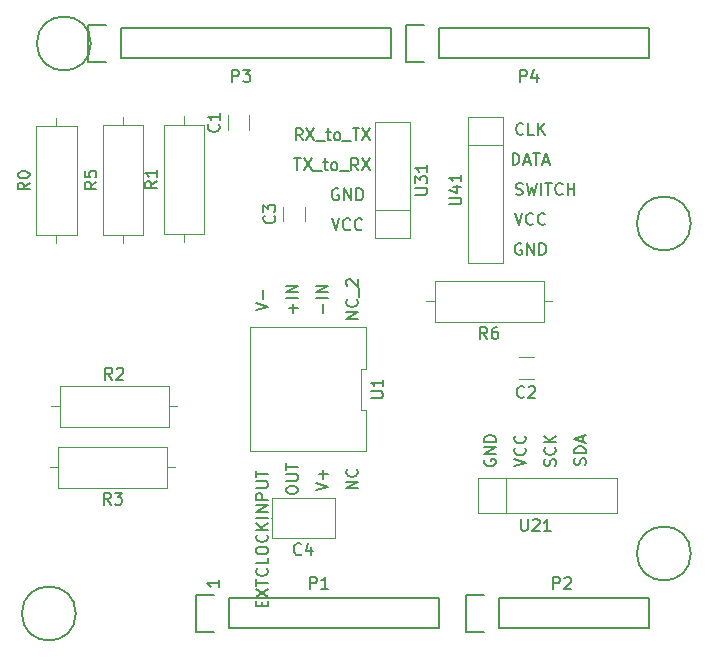
<source format=gbr>
G04 #@! TF.GenerationSoftware,KiCad,Pcbnew,(5.1.2)-2*
G04 #@! TF.CreationDate,2021-03-05T17:09:52+01:00*
G04 #@! TF.ProjectId,kicad,6b696361-642e-46b6-9963-61645f706362,rev?*
G04 #@! TF.SameCoordinates,Original*
G04 #@! TF.FileFunction,Legend,Top*
G04 #@! TF.FilePolarity,Positive*
%FSLAX46Y46*%
G04 Gerber Fmt 4.6, Leading zero omitted, Abs format (unit mm)*
G04 Created by KiCad (PCBNEW (5.1.2)-2) date 2021-03-05 17:09:52*
%MOMM*%
%LPD*%
G04 APERTURE LIST*
%ADD10C,0.150000*%
%ADD11C,0.120000*%
G04 APERTURE END LIST*
D10*
X139390380Y-120999285D02*
X139390380Y-121570714D01*
X139390380Y-121285000D02*
X138390380Y-121285000D01*
X138533238Y-121380238D01*
X138628476Y-121475476D01*
X138676095Y-121570714D01*
D11*
X171089500Y-115355500D02*
X173037500Y-115355500D01*
X171089500Y-112355500D02*
X173037500Y-112355500D01*
X163639500Y-112355500D02*
X163639500Y-115355500D01*
X161269500Y-115355500D02*
X161269500Y-112355500D01*
X171089500Y-115355500D02*
X161269500Y-115355500D01*
X173037500Y-112355500D02*
X173037500Y-115355500D01*
X161269500Y-112355500D02*
X171089500Y-112355500D01*
X134678000Y-91678500D02*
X138118000Y-91678500D01*
X138118000Y-91678500D02*
X138118000Y-82438500D01*
X138118000Y-82438500D02*
X134678000Y-82438500D01*
X134678000Y-82438500D02*
X134678000Y-91678500D01*
X136398000Y-92368500D02*
X136398000Y-91678500D01*
X136398000Y-81748500D02*
X136398000Y-82438500D01*
X152551000Y-92032000D02*
X152551000Y-82212000D01*
X152551000Y-82212000D02*
X155551000Y-82212000D01*
X155551000Y-82212000D02*
X155551000Y-92032000D01*
X155551000Y-92032000D02*
X152551000Y-92032000D01*
X152551000Y-89662000D02*
X155551000Y-89662000D01*
X151785500Y-103085167D02*
X151785500Y-99578500D01*
X151425500Y-103085167D02*
X151785500Y-103085167D01*
X151425500Y-106591833D02*
X151425500Y-103085167D01*
X151785500Y-106591833D02*
X151425500Y-106591833D01*
X151785500Y-110098500D02*
X151785500Y-106591833D01*
X141965500Y-110098500D02*
X151785500Y-110098500D01*
X141965500Y-99578500D02*
X141965500Y-110098500D01*
X151785500Y-99578500D02*
X141965500Y-99578500D01*
D10*
X140208000Y-125095000D02*
X157988000Y-125095000D01*
X157988000Y-125095000D02*
X157988000Y-122555000D01*
X157988000Y-122555000D02*
X140208000Y-122555000D01*
X137388000Y-125375000D02*
X138938000Y-125375000D01*
X140208000Y-125095000D02*
X140208000Y-122555000D01*
X138938000Y-122275000D02*
X137388000Y-122275000D01*
X137388000Y-122275000D02*
X137388000Y-125375000D01*
X163068000Y-125095000D02*
X175768000Y-125095000D01*
X175768000Y-125095000D02*
X175768000Y-122555000D01*
X175768000Y-122555000D02*
X163068000Y-122555000D01*
X160248000Y-125375000D02*
X161798000Y-125375000D01*
X163068000Y-125095000D02*
X163068000Y-122555000D01*
X161798000Y-122275000D02*
X160248000Y-122275000D01*
X160248000Y-122275000D02*
X160248000Y-125375000D01*
X131064000Y-76835000D02*
X153924000Y-76835000D01*
X153924000Y-76835000D02*
X153924000Y-74295000D01*
X153924000Y-74295000D02*
X131064000Y-74295000D01*
X128244000Y-77115000D02*
X129794000Y-77115000D01*
X131064000Y-76835000D02*
X131064000Y-74295000D01*
X129794000Y-74015000D02*
X128244000Y-74015000D01*
X128244000Y-74015000D02*
X128244000Y-77115000D01*
X157988000Y-76835000D02*
X175768000Y-76835000D01*
X175768000Y-76835000D02*
X175768000Y-74295000D01*
X175768000Y-74295000D02*
X157988000Y-74295000D01*
X155168000Y-77115000D02*
X156718000Y-77115000D01*
X157988000Y-76835000D02*
X157988000Y-74295000D01*
X156718000Y-74015000D02*
X155168000Y-74015000D01*
X155168000Y-74015000D02*
X155168000Y-77115000D01*
X127254000Y-123825000D02*
G75*
G03X127254000Y-123825000I-2286000J0D01*
G01*
X179324000Y-118745000D02*
G75*
G03X179324000Y-118745000I-2286000J0D01*
G01*
X128524000Y-75565000D02*
G75*
G03X128524000Y-75565000I-2286000J0D01*
G01*
X179324000Y-90805000D02*
G75*
G03X179324000Y-90805000I-2286000J0D01*
G01*
D11*
X140113500Y-82881500D02*
X140113500Y-81623500D01*
X141953500Y-82881500D02*
X141953500Y-81623500D01*
X166003000Y-103980500D02*
X164745000Y-103980500D01*
X166003000Y-102140500D02*
X164745000Y-102140500D01*
X146652500Y-90628500D02*
X146652500Y-89370500D01*
X144812500Y-90628500D02*
X144812500Y-89370500D01*
X149161000Y-117430500D02*
X149161000Y-114090500D01*
X149161000Y-114090500D02*
X143821000Y-114090500D01*
X143821000Y-114090500D02*
X143821000Y-117430500D01*
X143821000Y-117430500D02*
X149161000Y-117430500D01*
X149201000Y-115760500D02*
X149161000Y-115760500D01*
X143781000Y-115760500D02*
X143821000Y-115760500D01*
X125603000Y-81875500D02*
X125603000Y-82565500D01*
X125603000Y-92495500D02*
X125603000Y-91805500D01*
X123883000Y-82565500D02*
X123883000Y-91805500D01*
X127323000Y-82565500D02*
X123883000Y-82565500D01*
X127323000Y-91805500D02*
X127323000Y-82565500D01*
X123883000Y-91805500D02*
X127323000Y-91805500D01*
X125872500Y-104579000D02*
X125872500Y-108019000D01*
X125872500Y-108019000D02*
X135112500Y-108019000D01*
X135112500Y-108019000D02*
X135112500Y-104579000D01*
X135112500Y-104579000D02*
X125872500Y-104579000D01*
X125182500Y-106299000D02*
X125872500Y-106299000D01*
X135802500Y-106299000D02*
X135112500Y-106299000D01*
X125055500Y-111442500D02*
X125745500Y-111442500D01*
X135675500Y-111442500D02*
X134985500Y-111442500D01*
X125745500Y-113162500D02*
X134985500Y-113162500D01*
X125745500Y-109722500D02*
X125745500Y-113162500D01*
X134985500Y-109722500D02*
X125745500Y-109722500D01*
X134985500Y-113162500D02*
X134985500Y-109722500D01*
X129534500Y-91742000D02*
X132974500Y-91742000D01*
X132974500Y-91742000D02*
X132974500Y-82502000D01*
X132974500Y-82502000D02*
X129534500Y-82502000D01*
X129534500Y-82502000D02*
X129534500Y-91742000D01*
X131254500Y-92432000D02*
X131254500Y-91742000D01*
X131254500Y-81812000D02*
X131254500Y-82502000D01*
X156932500Y-97409000D02*
X157622500Y-97409000D01*
X167552500Y-97409000D02*
X166862500Y-97409000D01*
X157622500Y-99129000D02*
X166862500Y-99129000D01*
X157622500Y-95689000D02*
X157622500Y-99129000D01*
X166862500Y-95689000D02*
X157622500Y-95689000D01*
X166862500Y-99129000D02*
X166862500Y-95689000D01*
X163425000Y-81767500D02*
X163425000Y-94127500D01*
X163425000Y-94127500D02*
X160425000Y-94127500D01*
X160425000Y-94127500D02*
X160425000Y-81767500D01*
X160425000Y-81767500D02*
X163425000Y-81767500D01*
X163425000Y-84137500D02*
X160425000Y-84137500D01*
D10*
X164941404Y-115847880D02*
X164941404Y-116657404D01*
X164989023Y-116752642D01*
X165036642Y-116800261D01*
X165131880Y-116847880D01*
X165322357Y-116847880D01*
X165417595Y-116800261D01*
X165465214Y-116752642D01*
X165512833Y-116657404D01*
X165512833Y-115847880D01*
X165941404Y-115943119D02*
X165989023Y-115895500D01*
X166084261Y-115847880D01*
X166322357Y-115847880D01*
X166417595Y-115895500D01*
X166465214Y-115943119D01*
X166512833Y-116038357D01*
X166512833Y-116133595D01*
X166465214Y-116276452D01*
X165893785Y-116847880D01*
X166512833Y-116847880D01*
X167465214Y-116847880D02*
X166893785Y-116847880D01*
X167179500Y-116847880D02*
X167179500Y-115847880D01*
X167084261Y-115990738D01*
X166989023Y-116085976D01*
X166893785Y-116133595D01*
X170394261Y-111259785D02*
X170441880Y-111116928D01*
X170441880Y-110878833D01*
X170394261Y-110783595D01*
X170346642Y-110735976D01*
X170251404Y-110688357D01*
X170156166Y-110688357D01*
X170060928Y-110735976D01*
X170013309Y-110783595D01*
X169965690Y-110878833D01*
X169918071Y-111069309D01*
X169870452Y-111164547D01*
X169822833Y-111212166D01*
X169727595Y-111259785D01*
X169632357Y-111259785D01*
X169537119Y-111212166D01*
X169489500Y-111164547D01*
X169441880Y-111069309D01*
X169441880Y-110831214D01*
X169489500Y-110688357D01*
X170441880Y-110259785D02*
X169441880Y-110259785D01*
X169441880Y-110021690D01*
X169489500Y-109878833D01*
X169584738Y-109783595D01*
X169679976Y-109735976D01*
X169870452Y-109688357D01*
X170013309Y-109688357D01*
X170203785Y-109735976D01*
X170299023Y-109783595D01*
X170394261Y-109878833D01*
X170441880Y-110021690D01*
X170441880Y-110259785D01*
X170156166Y-109307404D02*
X170156166Y-108831214D01*
X170441880Y-109402642D02*
X169441880Y-109069309D01*
X170441880Y-108735976D01*
X167854261Y-111331214D02*
X167901880Y-111188357D01*
X167901880Y-110950261D01*
X167854261Y-110855023D01*
X167806642Y-110807404D01*
X167711404Y-110759785D01*
X167616166Y-110759785D01*
X167520928Y-110807404D01*
X167473309Y-110855023D01*
X167425690Y-110950261D01*
X167378071Y-111140738D01*
X167330452Y-111235976D01*
X167282833Y-111283595D01*
X167187595Y-111331214D01*
X167092357Y-111331214D01*
X166997119Y-111283595D01*
X166949500Y-111235976D01*
X166901880Y-111140738D01*
X166901880Y-110902642D01*
X166949500Y-110759785D01*
X167806642Y-109759785D02*
X167854261Y-109807404D01*
X167901880Y-109950261D01*
X167901880Y-110045500D01*
X167854261Y-110188357D01*
X167759023Y-110283595D01*
X167663785Y-110331214D01*
X167473309Y-110378833D01*
X167330452Y-110378833D01*
X167139976Y-110331214D01*
X167044738Y-110283595D01*
X166949500Y-110188357D01*
X166901880Y-110045500D01*
X166901880Y-109950261D01*
X166949500Y-109807404D01*
X166997119Y-109759785D01*
X167901880Y-109331214D02*
X166901880Y-109331214D01*
X167901880Y-108759785D02*
X167330452Y-109188357D01*
X166901880Y-108759785D02*
X167473309Y-109331214D01*
X164361880Y-111378833D02*
X165361880Y-111045500D01*
X164361880Y-110712166D01*
X165266642Y-109807404D02*
X165314261Y-109855023D01*
X165361880Y-109997880D01*
X165361880Y-110093119D01*
X165314261Y-110235976D01*
X165219023Y-110331214D01*
X165123785Y-110378833D01*
X164933309Y-110426452D01*
X164790452Y-110426452D01*
X164599976Y-110378833D01*
X164504738Y-110331214D01*
X164409500Y-110235976D01*
X164361880Y-110093119D01*
X164361880Y-109997880D01*
X164409500Y-109855023D01*
X164457119Y-109807404D01*
X165266642Y-108807404D02*
X165314261Y-108855023D01*
X165361880Y-108997880D01*
X165361880Y-109093119D01*
X165314261Y-109235976D01*
X165219023Y-109331214D01*
X165123785Y-109378833D01*
X164933309Y-109426452D01*
X164790452Y-109426452D01*
X164599976Y-109378833D01*
X164504738Y-109331214D01*
X164409500Y-109235976D01*
X164361880Y-109093119D01*
X164361880Y-108997880D01*
X164409500Y-108855023D01*
X164457119Y-108807404D01*
X161869500Y-110807404D02*
X161821880Y-110902642D01*
X161821880Y-111045500D01*
X161869500Y-111188357D01*
X161964738Y-111283595D01*
X162059976Y-111331214D01*
X162250452Y-111378833D01*
X162393309Y-111378833D01*
X162583785Y-111331214D01*
X162679023Y-111283595D01*
X162774261Y-111188357D01*
X162821880Y-111045500D01*
X162821880Y-110950261D01*
X162774261Y-110807404D01*
X162726642Y-110759785D01*
X162393309Y-110759785D01*
X162393309Y-110950261D01*
X162821880Y-110331214D02*
X161821880Y-110331214D01*
X162821880Y-109759785D01*
X161821880Y-109759785D01*
X162821880Y-109283595D02*
X161821880Y-109283595D01*
X161821880Y-109045500D01*
X161869500Y-108902642D01*
X161964738Y-108807404D01*
X162059976Y-108759785D01*
X162250452Y-108712166D01*
X162393309Y-108712166D01*
X162583785Y-108759785D01*
X162679023Y-108807404D01*
X162774261Y-108902642D01*
X162821880Y-109045500D01*
X162821880Y-109283595D01*
X134130380Y-87225166D02*
X133654190Y-87558500D01*
X134130380Y-87796595D02*
X133130380Y-87796595D01*
X133130380Y-87415642D01*
X133178000Y-87320404D01*
X133225619Y-87272785D01*
X133320857Y-87225166D01*
X133463714Y-87225166D01*
X133558952Y-87272785D01*
X133606571Y-87320404D01*
X133654190Y-87415642D01*
X133654190Y-87796595D01*
X134130380Y-86272785D02*
X134130380Y-86844214D01*
X134130380Y-86558500D02*
X133130380Y-86558500D01*
X133273238Y-86653738D01*
X133368476Y-86748976D01*
X133416095Y-86844214D01*
X156003380Y-88360095D02*
X156812904Y-88360095D01*
X156908142Y-88312476D01*
X156955761Y-88264857D01*
X157003380Y-88169619D01*
X157003380Y-87979142D01*
X156955761Y-87883904D01*
X156908142Y-87836285D01*
X156812904Y-87788666D01*
X156003380Y-87788666D01*
X156003380Y-87407714D02*
X156003380Y-86788666D01*
X156384333Y-87122000D01*
X156384333Y-86979142D01*
X156431952Y-86883904D01*
X156479571Y-86836285D01*
X156574809Y-86788666D01*
X156812904Y-86788666D01*
X156908142Y-86836285D01*
X156955761Y-86883904D01*
X157003380Y-86979142D01*
X157003380Y-87264857D01*
X156955761Y-87360095D01*
X156908142Y-87407714D01*
X157003380Y-85836285D02*
X157003380Y-86407714D01*
X157003380Y-86122000D02*
X156003380Y-86122000D01*
X156146238Y-86217238D01*
X156241476Y-86312476D01*
X156289095Y-86407714D01*
X148907666Y-90384380D02*
X149241000Y-91384380D01*
X149574333Y-90384380D01*
X150479095Y-91289142D02*
X150431476Y-91336761D01*
X150288619Y-91384380D01*
X150193380Y-91384380D01*
X150050523Y-91336761D01*
X149955285Y-91241523D01*
X149907666Y-91146285D01*
X149860047Y-90955809D01*
X149860047Y-90812952D01*
X149907666Y-90622476D01*
X149955285Y-90527238D01*
X150050523Y-90432000D01*
X150193380Y-90384380D01*
X150288619Y-90384380D01*
X150431476Y-90432000D01*
X150479095Y-90479619D01*
X151479095Y-91289142D02*
X151431476Y-91336761D01*
X151288619Y-91384380D01*
X151193380Y-91384380D01*
X151050523Y-91336761D01*
X150955285Y-91241523D01*
X150907666Y-91146285D01*
X150860047Y-90955809D01*
X150860047Y-90812952D01*
X150907666Y-90622476D01*
X150955285Y-90527238D01*
X151050523Y-90432000D01*
X151193380Y-90384380D01*
X151288619Y-90384380D01*
X151431476Y-90432000D01*
X151479095Y-90479619D01*
X149479095Y-87892000D02*
X149383857Y-87844380D01*
X149241000Y-87844380D01*
X149098142Y-87892000D01*
X149002904Y-87987238D01*
X148955285Y-88082476D01*
X148907666Y-88272952D01*
X148907666Y-88415809D01*
X148955285Y-88606285D01*
X149002904Y-88701523D01*
X149098142Y-88796761D01*
X149241000Y-88844380D01*
X149336238Y-88844380D01*
X149479095Y-88796761D01*
X149526714Y-88749142D01*
X149526714Y-88415809D01*
X149336238Y-88415809D01*
X149955285Y-88844380D02*
X149955285Y-87844380D01*
X150526714Y-88844380D01*
X150526714Y-87844380D01*
X151002904Y-88844380D02*
X151002904Y-87844380D01*
X151241000Y-87844380D01*
X151383857Y-87892000D01*
X151479095Y-87987238D01*
X151526714Y-88082476D01*
X151574333Y-88272952D01*
X151574333Y-88415809D01*
X151526714Y-88606285D01*
X151479095Y-88701523D01*
X151383857Y-88796761D01*
X151241000Y-88844380D01*
X151002904Y-88844380D01*
X145732904Y-85304380D02*
X146304333Y-85304380D01*
X146018619Y-86304380D02*
X146018619Y-85304380D01*
X146542428Y-85304380D02*
X147209095Y-86304380D01*
X147209095Y-85304380D02*
X146542428Y-86304380D01*
X147351952Y-86399619D02*
X148113857Y-86399619D01*
X148209095Y-85637714D02*
X148590047Y-85637714D01*
X148351952Y-85304380D02*
X148351952Y-86161523D01*
X148399571Y-86256761D01*
X148494809Y-86304380D01*
X148590047Y-86304380D01*
X149066238Y-86304380D02*
X148971000Y-86256761D01*
X148923380Y-86209142D01*
X148875761Y-86113904D01*
X148875761Y-85828190D01*
X148923380Y-85732952D01*
X148971000Y-85685333D01*
X149066238Y-85637714D01*
X149209095Y-85637714D01*
X149304333Y-85685333D01*
X149351952Y-85732952D01*
X149399571Y-85828190D01*
X149399571Y-86113904D01*
X149351952Y-86209142D01*
X149304333Y-86256761D01*
X149209095Y-86304380D01*
X149066238Y-86304380D01*
X149590047Y-86399619D02*
X150351952Y-86399619D01*
X151161476Y-86304380D02*
X150828142Y-85828190D01*
X150590047Y-86304380D02*
X150590047Y-85304380D01*
X150971000Y-85304380D01*
X151066238Y-85352000D01*
X151113857Y-85399619D01*
X151161476Y-85494857D01*
X151161476Y-85637714D01*
X151113857Y-85732952D01*
X151066238Y-85780571D01*
X150971000Y-85828190D01*
X150590047Y-85828190D01*
X151494809Y-85304380D02*
X152161476Y-86304380D01*
X152161476Y-85304380D02*
X151494809Y-86304380D01*
X146447190Y-83764380D02*
X146113857Y-83288190D01*
X145875761Y-83764380D02*
X145875761Y-82764380D01*
X146256714Y-82764380D01*
X146351952Y-82812000D01*
X146399571Y-82859619D01*
X146447190Y-82954857D01*
X146447190Y-83097714D01*
X146399571Y-83192952D01*
X146351952Y-83240571D01*
X146256714Y-83288190D01*
X145875761Y-83288190D01*
X146780523Y-82764380D02*
X147447190Y-83764380D01*
X147447190Y-82764380D02*
X146780523Y-83764380D01*
X147590047Y-83859619D02*
X148351952Y-83859619D01*
X148447190Y-83097714D02*
X148828142Y-83097714D01*
X148590047Y-82764380D02*
X148590047Y-83621523D01*
X148637666Y-83716761D01*
X148732904Y-83764380D01*
X148828142Y-83764380D01*
X149304333Y-83764380D02*
X149209095Y-83716761D01*
X149161476Y-83669142D01*
X149113857Y-83573904D01*
X149113857Y-83288190D01*
X149161476Y-83192952D01*
X149209095Y-83145333D01*
X149304333Y-83097714D01*
X149447190Y-83097714D01*
X149542428Y-83145333D01*
X149590047Y-83192952D01*
X149637666Y-83288190D01*
X149637666Y-83573904D01*
X149590047Y-83669142D01*
X149542428Y-83716761D01*
X149447190Y-83764380D01*
X149304333Y-83764380D01*
X149828142Y-83859619D02*
X150590047Y-83859619D01*
X150685285Y-82764380D02*
X151256714Y-82764380D01*
X150971000Y-83764380D02*
X150971000Y-82764380D01*
X151494809Y-82764380D02*
X152161476Y-83764380D01*
X152161476Y-82764380D02*
X151494809Y-83764380D01*
X152237880Y-105600404D02*
X153047404Y-105600404D01*
X153142642Y-105552785D01*
X153190261Y-105505166D01*
X153237880Y-105409928D01*
X153237880Y-105219452D01*
X153190261Y-105124214D01*
X153142642Y-105076595D01*
X153047404Y-105028976D01*
X152237880Y-105028976D01*
X153237880Y-104028976D02*
X153237880Y-104600404D01*
X153237880Y-104314690D02*
X152237880Y-104314690D01*
X152380738Y-104409928D01*
X152475976Y-104505166D01*
X152523595Y-104600404D01*
X151137880Y-113244214D02*
X150137880Y-113244214D01*
X151137880Y-112672785D01*
X150137880Y-112672785D01*
X151042642Y-111625166D02*
X151090261Y-111672785D01*
X151137880Y-111815642D01*
X151137880Y-111910880D01*
X151090261Y-112053738D01*
X150995023Y-112148976D01*
X150899785Y-112196595D01*
X150709309Y-112244214D01*
X150566452Y-112244214D01*
X150375976Y-112196595D01*
X150280738Y-112148976D01*
X150185500Y-112053738D01*
X150137880Y-111910880D01*
X150137880Y-111815642D01*
X150185500Y-111672785D01*
X150233119Y-111625166D01*
X147597880Y-113410880D02*
X148597880Y-113077547D01*
X147597880Y-112744214D01*
X148216928Y-112410880D02*
X148216928Y-111648976D01*
X148597880Y-112029928D02*
X147835976Y-112029928D01*
X145057880Y-113458500D02*
X145057880Y-113268023D01*
X145105500Y-113172785D01*
X145200738Y-113077547D01*
X145391214Y-113029928D01*
X145724547Y-113029928D01*
X145915023Y-113077547D01*
X146010261Y-113172785D01*
X146057880Y-113268023D01*
X146057880Y-113458500D01*
X146010261Y-113553738D01*
X145915023Y-113648976D01*
X145724547Y-113696595D01*
X145391214Y-113696595D01*
X145200738Y-113648976D01*
X145105500Y-113553738D01*
X145057880Y-113458500D01*
X145057880Y-112601357D02*
X145867404Y-112601357D01*
X145962642Y-112553738D01*
X146010261Y-112506119D01*
X146057880Y-112410880D01*
X146057880Y-112220404D01*
X146010261Y-112125166D01*
X145962642Y-112077547D01*
X145867404Y-112029928D01*
X145057880Y-112029928D01*
X145057880Y-111696595D02*
X145057880Y-111125166D01*
X146057880Y-111410880D02*
X145057880Y-111410880D01*
X142994071Y-123205166D02*
X142994071Y-122871833D01*
X143517880Y-122728976D02*
X143517880Y-123205166D01*
X142517880Y-123205166D01*
X142517880Y-122728976D01*
X142517880Y-122395642D02*
X143517880Y-121728976D01*
X142517880Y-121728976D02*
X143517880Y-122395642D01*
X142517880Y-121490880D02*
X142517880Y-120919452D01*
X143517880Y-121205166D02*
X142517880Y-121205166D01*
X143422642Y-120014690D02*
X143470261Y-120062309D01*
X143517880Y-120205166D01*
X143517880Y-120300404D01*
X143470261Y-120443261D01*
X143375023Y-120538500D01*
X143279785Y-120586119D01*
X143089309Y-120633738D01*
X142946452Y-120633738D01*
X142755976Y-120586119D01*
X142660738Y-120538500D01*
X142565500Y-120443261D01*
X142517880Y-120300404D01*
X142517880Y-120205166D01*
X142565500Y-120062309D01*
X142613119Y-120014690D01*
X143517880Y-119109928D02*
X143517880Y-119586119D01*
X142517880Y-119586119D01*
X142517880Y-118586119D02*
X142517880Y-118395642D01*
X142565500Y-118300404D01*
X142660738Y-118205166D01*
X142851214Y-118157547D01*
X143184547Y-118157547D01*
X143375023Y-118205166D01*
X143470261Y-118300404D01*
X143517880Y-118395642D01*
X143517880Y-118586119D01*
X143470261Y-118681357D01*
X143375023Y-118776595D01*
X143184547Y-118824214D01*
X142851214Y-118824214D01*
X142660738Y-118776595D01*
X142565500Y-118681357D01*
X142517880Y-118586119D01*
X143422642Y-117157547D02*
X143470261Y-117205166D01*
X143517880Y-117348023D01*
X143517880Y-117443261D01*
X143470261Y-117586119D01*
X143375023Y-117681357D01*
X143279785Y-117728976D01*
X143089309Y-117776595D01*
X142946452Y-117776595D01*
X142755976Y-117728976D01*
X142660738Y-117681357D01*
X142565500Y-117586119D01*
X142517880Y-117443261D01*
X142517880Y-117348023D01*
X142565500Y-117205166D01*
X142613119Y-117157547D01*
X143517880Y-116728976D02*
X142517880Y-116728976D01*
X143517880Y-116157547D02*
X142946452Y-116586119D01*
X142517880Y-116157547D02*
X143089309Y-116728976D01*
X143517880Y-115728976D02*
X142517880Y-115728976D01*
X143517880Y-115252785D02*
X142517880Y-115252785D01*
X143517880Y-114681357D01*
X142517880Y-114681357D01*
X143517880Y-114205166D02*
X142517880Y-114205166D01*
X142517880Y-113824214D01*
X142565500Y-113728976D01*
X142613119Y-113681357D01*
X142708357Y-113633738D01*
X142851214Y-113633738D01*
X142946452Y-113681357D01*
X142994071Y-113728976D01*
X143041690Y-113824214D01*
X143041690Y-114205166D01*
X142517880Y-113205166D02*
X143327404Y-113205166D01*
X143422642Y-113157547D01*
X143470261Y-113109928D01*
X143517880Y-113014690D01*
X143517880Y-112824214D01*
X143470261Y-112728976D01*
X143422642Y-112681357D01*
X143327404Y-112633738D01*
X142517880Y-112633738D01*
X142517880Y-112300404D02*
X142517880Y-111728976D01*
X143517880Y-112014690D02*
X142517880Y-112014690D01*
X142517880Y-98170880D02*
X143517880Y-97837547D01*
X142517880Y-97504214D01*
X143136928Y-97170880D02*
X143136928Y-96408976D01*
X145676928Y-98361357D02*
X145676928Y-97599452D01*
X146057880Y-97980404D02*
X145295976Y-97980404D01*
X146057880Y-97123261D02*
X145057880Y-97123261D01*
X146057880Y-96647071D02*
X145057880Y-96647071D01*
X146057880Y-96075642D01*
X145057880Y-96075642D01*
X148216928Y-98361357D02*
X148216928Y-97599452D01*
X148597880Y-97123261D02*
X147597880Y-97123261D01*
X148597880Y-96647071D02*
X147597880Y-96647071D01*
X148597880Y-96075642D01*
X147597880Y-96075642D01*
X151137880Y-98861357D02*
X150137880Y-98861357D01*
X151137880Y-98289928D01*
X150137880Y-98289928D01*
X151042642Y-97242309D02*
X151090261Y-97289928D01*
X151137880Y-97432785D01*
X151137880Y-97528023D01*
X151090261Y-97670880D01*
X150995023Y-97766119D01*
X150899785Y-97813738D01*
X150709309Y-97861357D01*
X150566452Y-97861357D01*
X150375976Y-97813738D01*
X150280738Y-97766119D01*
X150185500Y-97670880D01*
X150137880Y-97528023D01*
X150137880Y-97432785D01*
X150185500Y-97289928D01*
X150233119Y-97242309D01*
X151233119Y-97051833D02*
X151233119Y-96289928D01*
X150233119Y-96099452D02*
X150185500Y-96051833D01*
X150137880Y-95956595D01*
X150137880Y-95718500D01*
X150185500Y-95623261D01*
X150233119Y-95575642D01*
X150328357Y-95528023D01*
X150423595Y-95528023D01*
X150566452Y-95575642D01*
X151137880Y-96147071D01*
X151137880Y-95528023D01*
X147089904Y-121737380D02*
X147089904Y-120737380D01*
X147470857Y-120737380D01*
X147566095Y-120785000D01*
X147613714Y-120832619D01*
X147661333Y-120927857D01*
X147661333Y-121070714D01*
X147613714Y-121165952D01*
X147566095Y-121213571D01*
X147470857Y-121261190D01*
X147089904Y-121261190D01*
X148613714Y-121737380D02*
X148042285Y-121737380D01*
X148328000Y-121737380D02*
X148328000Y-120737380D01*
X148232761Y-120880238D01*
X148137523Y-120975476D01*
X148042285Y-121023095D01*
X167663904Y-121737380D02*
X167663904Y-120737380D01*
X168044857Y-120737380D01*
X168140095Y-120785000D01*
X168187714Y-120832619D01*
X168235333Y-120927857D01*
X168235333Y-121070714D01*
X168187714Y-121165952D01*
X168140095Y-121213571D01*
X168044857Y-121261190D01*
X167663904Y-121261190D01*
X168616285Y-120832619D02*
X168663904Y-120785000D01*
X168759142Y-120737380D01*
X168997238Y-120737380D01*
X169092476Y-120785000D01*
X169140095Y-120832619D01*
X169187714Y-120927857D01*
X169187714Y-121023095D01*
X169140095Y-121165952D01*
X168568666Y-121737380D01*
X169187714Y-121737380D01*
X140485904Y-78811380D02*
X140485904Y-77811380D01*
X140866857Y-77811380D01*
X140962095Y-77859000D01*
X141009714Y-77906619D01*
X141057333Y-78001857D01*
X141057333Y-78144714D01*
X141009714Y-78239952D01*
X140962095Y-78287571D01*
X140866857Y-78335190D01*
X140485904Y-78335190D01*
X141390666Y-77811380D02*
X142009714Y-77811380D01*
X141676380Y-78192333D01*
X141819238Y-78192333D01*
X141914476Y-78239952D01*
X141962095Y-78287571D01*
X142009714Y-78382809D01*
X142009714Y-78620904D01*
X141962095Y-78716142D01*
X141914476Y-78763761D01*
X141819238Y-78811380D01*
X141533523Y-78811380D01*
X141438285Y-78763761D01*
X141390666Y-78716142D01*
X164869904Y-78811380D02*
X164869904Y-77811380D01*
X165250857Y-77811380D01*
X165346095Y-77859000D01*
X165393714Y-77906619D01*
X165441333Y-78001857D01*
X165441333Y-78144714D01*
X165393714Y-78239952D01*
X165346095Y-78287571D01*
X165250857Y-78335190D01*
X164869904Y-78335190D01*
X166298476Y-78144714D02*
X166298476Y-78811380D01*
X166060380Y-77763761D02*
X165822285Y-78478047D01*
X166441333Y-78478047D01*
X139340642Y-82419166D02*
X139388261Y-82466785D01*
X139435880Y-82609642D01*
X139435880Y-82704880D01*
X139388261Y-82847738D01*
X139293023Y-82942976D01*
X139197785Y-82990595D01*
X139007309Y-83038214D01*
X138864452Y-83038214D01*
X138673976Y-82990595D01*
X138578738Y-82942976D01*
X138483500Y-82847738D01*
X138435880Y-82704880D01*
X138435880Y-82609642D01*
X138483500Y-82466785D01*
X138531119Y-82419166D01*
X139435880Y-81466785D02*
X139435880Y-82038214D01*
X139435880Y-81752500D02*
X138435880Y-81752500D01*
X138578738Y-81847738D01*
X138673976Y-81942976D01*
X138721595Y-82038214D01*
X165207333Y-105467642D02*
X165159714Y-105515261D01*
X165016857Y-105562880D01*
X164921619Y-105562880D01*
X164778761Y-105515261D01*
X164683523Y-105420023D01*
X164635904Y-105324785D01*
X164588285Y-105134309D01*
X164588285Y-104991452D01*
X164635904Y-104800976D01*
X164683523Y-104705738D01*
X164778761Y-104610500D01*
X164921619Y-104562880D01*
X165016857Y-104562880D01*
X165159714Y-104610500D01*
X165207333Y-104658119D01*
X165588285Y-104658119D02*
X165635904Y-104610500D01*
X165731142Y-104562880D01*
X165969238Y-104562880D01*
X166064476Y-104610500D01*
X166112095Y-104658119D01*
X166159714Y-104753357D01*
X166159714Y-104848595D01*
X166112095Y-104991452D01*
X165540666Y-105562880D01*
X166159714Y-105562880D01*
X144039642Y-90166166D02*
X144087261Y-90213785D01*
X144134880Y-90356642D01*
X144134880Y-90451880D01*
X144087261Y-90594738D01*
X143992023Y-90689976D01*
X143896785Y-90737595D01*
X143706309Y-90785214D01*
X143563452Y-90785214D01*
X143372976Y-90737595D01*
X143277738Y-90689976D01*
X143182500Y-90594738D01*
X143134880Y-90451880D01*
X143134880Y-90356642D01*
X143182500Y-90213785D01*
X143230119Y-90166166D01*
X143134880Y-89832833D02*
X143134880Y-89213785D01*
X143515833Y-89547119D01*
X143515833Y-89404261D01*
X143563452Y-89309023D01*
X143611071Y-89261404D01*
X143706309Y-89213785D01*
X143944404Y-89213785D01*
X144039642Y-89261404D01*
X144087261Y-89309023D01*
X144134880Y-89404261D01*
X144134880Y-89689976D01*
X144087261Y-89785214D01*
X144039642Y-89832833D01*
X146324333Y-118787642D02*
X146276714Y-118835261D01*
X146133857Y-118882880D01*
X146038619Y-118882880D01*
X145895761Y-118835261D01*
X145800523Y-118740023D01*
X145752904Y-118644785D01*
X145705285Y-118454309D01*
X145705285Y-118311452D01*
X145752904Y-118120976D01*
X145800523Y-118025738D01*
X145895761Y-117930500D01*
X146038619Y-117882880D01*
X146133857Y-117882880D01*
X146276714Y-117930500D01*
X146324333Y-117978119D01*
X147181476Y-118216214D02*
X147181476Y-118882880D01*
X146943380Y-117835261D02*
X146705285Y-118549547D01*
X147324333Y-118549547D01*
X123335380Y-87352166D02*
X122859190Y-87685500D01*
X123335380Y-87923595D02*
X122335380Y-87923595D01*
X122335380Y-87542642D01*
X122383000Y-87447404D01*
X122430619Y-87399785D01*
X122525857Y-87352166D01*
X122668714Y-87352166D01*
X122763952Y-87399785D01*
X122811571Y-87447404D01*
X122859190Y-87542642D01*
X122859190Y-87923595D01*
X122335380Y-86733119D02*
X122335380Y-86637880D01*
X122383000Y-86542642D01*
X122430619Y-86495023D01*
X122525857Y-86447404D01*
X122716333Y-86399785D01*
X122954428Y-86399785D01*
X123144904Y-86447404D01*
X123240142Y-86495023D01*
X123287761Y-86542642D01*
X123335380Y-86637880D01*
X123335380Y-86733119D01*
X123287761Y-86828357D01*
X123240142Y-86875976D01*
X123144904Y-86923595D01*
X122954428Y-86971214D01*
X122716333Y-86971214D01*
X122525857Y-86923595D01*
X122430619Y-86875976D01*
X122383000Y-86828357D01*
X122335380Y-86733119D01*
X130325833Y-104031380D02*
X129992500Y-103555190D01*
X129754404Y-104031380D02*
X129754404Y-103031380D01*
X130135357Y-103031380D01*
X130230595Y-103079000D01*
X130278214Y-103126619D01*
X130325833Y-103221857D01*
X130325833Y-103364714D01*
X130278214Y-103459952D01*
X130230595Y-103507571D01*
X130135357Y-103555190D01*
X129754404Y-103555190D01*
X130706785Y-103126619D02*
X130754404Y-103079000D01*
X130849642Y-103031380D01*
X131087738Y-103031380D01*
X131182976Y-103079000D01*
X131230595Y-103126619D01*
X131278214Y-103221857D01*
X131278214Y-103317095D01*
X131230595Y-103459952D01*
X130659166Y-104031380D01*
X131278214Y-104031380D01*
X130198833Y-114614880D02*
X129865500Y-114138690D01*
X129627404Y-114614880D02*
X129627404Y-113614880D01*
X130008357Y-113614880D01*
X130103595Y-113662500D01*
X130151214Y-113710119D01*
X130198833Y-113805357D01*
X130198833Y-113948214D01*
X130151214Y-114043452D01*
X130103595Y-114091071D01*
X130008357Y-114138690D01*
X129627404Y-114138690D01*
X130532166Y-113614880D02*
X131151214Y-113614880D01*
X130817880Y-113995833D01*
X130960738Y-113995833D01*
X131055976Y-114043452D01*
X131103595Y-114091071D01*
X131151214Y-114186309D01*
X131151214Y-114424404D01*
X131103595Y-114519642D01*
X131055976Y-114567261D01*
X130960738Y-114614880D01*
X130675023Y-114614880D01*
X130579785Y-114567261D01*
X130532166Y-114519642D01*
X128986880Y-87288666D02*
X128510690Y-87622000D01*
X128986880Y-87860095D02*
X127986880Y-87860095D01*
X127986880Y-87479142D01*
X128034500Y-87383904D01*
X128082119Y-87336285D01*
X128177357Y-87288666D01*
X128320214Y-87288666D01*
X128415452Y-87336285D01*
X128463071Y-87383904D01*
X128510690Y-87479142D01*
X128510690Y-87860095D01*
X127986880Y-86383904D02*
X127986880Y-86860095D01*
X128463071Y-86907714D01*
X128415452Y-86860095D01*
X128367833Y-86764857D01*
X128367833Y-86526761D01*
X128415452Y-86431523D01*
X128463071Y-86383904D01*
X128558309Y-86336285D01*
X128796404Y-86336285D01*
X128891642Y-86383904D01*
X128939261Y-86431523D01*
X128986880Y-86526761D01*
X128986880Y-86764857D01*
X128939261Y-86860095D01*
X128891642Y-86907714D01*
X162075833Y-100581380D02*
X161742500Y-100105190D01*
X161504404Y-100581380D02*
X161504404Y-99581380D01*
X161885357Y-99581380D01*
X161980595Y-99629000D01*
X162028214Y-99676619D01*
X162075833Y-99771857D01*
X162075833Y-99914714D01*
X162028214Y-100009952D01*
X161980595Y-100057571D01*
X161885357Y-100105190D01*
X161504404Y-100105190D01*
X162932976Y-99581380D02*
X162742500Y-99581380D01*
X162647261Y-99629000D01*
X162599642Y-99676619D01*
X162504404Y-99819476D01*
X162456785Y-100009952D01*
X162456785Y-100390904D01*
X162504404Y-100486142D01*
X162552023Y-100533761D01*
X162647261Y-100581380D01*
X162837738Y-100581380D01*
X162932976Y-100533761D01*
X162980595Y-100486142D01*
X163028214Y-100390904D01*
X163028214Y-100152809D01*
X162980595Y-100057571D01*
X162932976Y-100009952D01*
X162837738Y-99962333D01*
X162647261Y-99962333D01*
X162552023Y-100009952D01*
X162504404Y-100057571D01*
X162456785Y-100152809D01*
X158877380Y-89185595D02*
X159686904Y-89185595D01*
X159782142Y-89137976D01*
X159829761Y-89090357D01*
X159877380Y-88995119D01*
X159877380Y-88804642D01*
X159829761Y-88709404D01*
X159782142Y-88661785D01*
X159686904Y-88614166D01*
X158877380Y-88614166D01*
X159210714Y-87709404D02*
X159877380Y-87709404D01*
X158829761Y-87947500D02*
X159544047Y-88185595D01*
X159544047Y-87566547D01*
X159877380Y-86661785D02*
X159877380Y-87233214D01*
X159877380Y-86947500D02*
X158877380Y-86947500D01*
X159020238Y-87042738D01*
X159115476Y-87137976D01*
X159163095Y-87233214D01*
X165139761Y-83224642D02*
X165092142Y-83272261D01*
X164949285Y-83319880D01*
X164854047Y-83319880D01*
X164711190Y-83272261D01*
X164615952Y-83177023D01*
X164568333Y-83081785D01*
X164520714Y-82891309D01*
X164520714Y-82748452D01*
X164568333Y-82557976D01*
X164615952Y-82462738D01*
X164711190Y-82367500D01*
X164854047Y-82319880D01*
X164949285Y-82319880D01*
X165092142Y-82367500D01*
X165139761Y-82415119D01*
X166044523Y-83319880D02*
X165568333Y-83319880D01*
X165568333Y-82319880D01*
X166377857Y-83319880D02*
X166377857Y-82319880D01*
X166949285Y-83319880D02*
X166520714Y-82748452D01*
X166949285Y-82319880D02*
X166377857Y-82891309D01*
X164235000Y-85859880D02*
X164235000Y-84859880D01*
X164473095Y-84859880D01*
X164615952Y-84907500D01*
X164711190Y-85002738D01*
X164758809Y-85097976D01*
X164806428Y-85288452D01*
X164806428Y-85431309D01*
X164758809Y-85621785D01*
X164711190Y-85717023D01*
X164615952Y-85812261D01*
X164473095Y-85859880D01*
X164235000Y-85859880D01*
X165187380Y-85574166D02*
X165663571Y-85574166D01*
X165092142Y-85859880D02*
X165425476Y-84859880D01*
X165758809Y-85859880D01*
X165949285Y-84859880D02*
X166520714Y-84859880D01*
X166235000Y-85859880D02*
X166235000Y-84859880D01*
X166806428Y-85574166D02*
X167282619Y-85574166D01*
X166711190Y-85859880D02*
X167044523Y-84859880D01*
X167377857Y-85859880D01*
X164505000Y-88352261D02*
X164647857Y-88399880D01*
X164885952Y-88399880D01*
X164981190Y-88352261D01*
X165028809Y-88304642D01*
X165076428Y-88209404D01*
X165076428Y-88114166D01*
X165028809Y-88018928D01*
X164981190Y-87971309D01*
X164885952Y-87923690D01*
X164695476Y-87876071D01*
X164600238Y-87828452D01*
X164552619Y-87780833D01*
X164505000Y-87685595D01*
X164505000Y-87590357D01*
X164552619Y-87495119D01*
X164600238Y-87447500D01*
X164695476Y-87399880D01*
X164933571Y-87399880D01*
X165076428Y-87447500D01*
X165409761Y-87399880D02*
X165647857Y-88399880D01*
X165838333Y-87685595D01*
X166028809Y-88399880D01*
X166266904Y-87399880D01*
X166647857Y-88399880D02*
X166647857Y-87399880D01*
X166981190Y-87399880D02*
X167552619Y-87399880D01*
X167266904Y-88399880D02*
X167266904Y-87399880D01*
X168457380Y-88304642D02*
X168409761Y-88352261D01*
X168266904Y-88399880D01*
X168171666Y-88399880D01*
X168028809Y-88352261D01*
X167933571Y-88257023D01*
X167885952Y-88161785D01*
X167838333Y-87971309D01*
X167838333Y-87828452D01*
X167885952Y-87637976D01*
X167933571Y-87542738D01*
X168028809Y-87447500D01*
X168171666Y-87399880D01*
X168266904Y-87399880D01*
X168409761Y-87447500D01*
X168457380Y-87495119D01*
X168885952Y-88399880D02*
X168885952Y-87399880D01*
X168885952Y-87876071D02*
X169457380Y-87876071D01*
X169457380Y-88399880D02*
X169457380Y-87399880D01*
X164401666Y-89939880D02*
X164735000Y-90939880D01*
X165068333Y-89939880D01*
X165973095Y-90844642D02*
X165925476Y-90892261D01*
X165782619Y-90939880D01*
X165687380Y-90939880D01*
X165544523Y-90892261D01*
X165449285Y-90797023D01*
X165401666Y-90701785D01*
X165354047Y-90511309D01*
X165354047Y-90368452D01*
X165401666Y-90177976D01*
X165449285Y-90082738D01*
X165544523Y-89987500D01*
X165687380Y-89939880D01*
X165782619Y-89939880D01*
X165925476Y-89987500D01*
X165973095Y-90035119D01*
X166973095Y-90844642D02*
X166925476Y-90892261D01*
X166782619Y-90939880D01*
X166687380Y-90939880D01*
X166544523Y-90892261D01*
X166449285Y-90797023D01*
X166401666Y-90701785D01*
X166354047Y-90511309D01*
X166354047Y-90368452D01*
X166401666Y-90177976D01*
X166449285Y-90082738D01*
X166544523Y-89987500D01*
X166687380Y-89939880D01*
X166782619Y-89939880D01*
X166925476Y-89987500D01*
X166973095Y-90035119D01*
X164973095Y-92527500D02*
X164877857Y-92479880D01*
X164735000Y-92479880D01*
X164592142Y-92527500D01*
X164496904Y-92622738D01*
X164449285Y-92717976D01*
X164401666Y-92908452D01*
X164401666Y-93051309D01*
X164449285Y-93241785D01*
X164496904Y-93337023D01*
X164592142Y-93432261D01*
X164735000Y-93479880D01*
X164830238Y-93479880D01*
X164973095Y-93432261D01*
X165020714Y-93384642D01*
X165020714Y-93051309D01*
X164830238Y-93051309D01*
X165449285Y-93479880D02*
X165449285Y-92479880D01*
X166020714Y-93479880D01*
X166020714Y-92479880D01*
X166496904Y-93479880D02*
X166496904Y-92479880D01*
X166735000Y-92479880D01*
X166877857Y-92527500D01*
X166973095Y-92622738D01*
X167020714Y-92717976D01*
X167068333Y-92908452D01*
X167068333Y-93051309D01*
X167020714Y-93241785D01*
X166973095Y-93337023D01*
X166877857Y-93432261D01*
X166735000Y-93479880D01*
X166496904Y-93479880D01*
M02*

</source>
